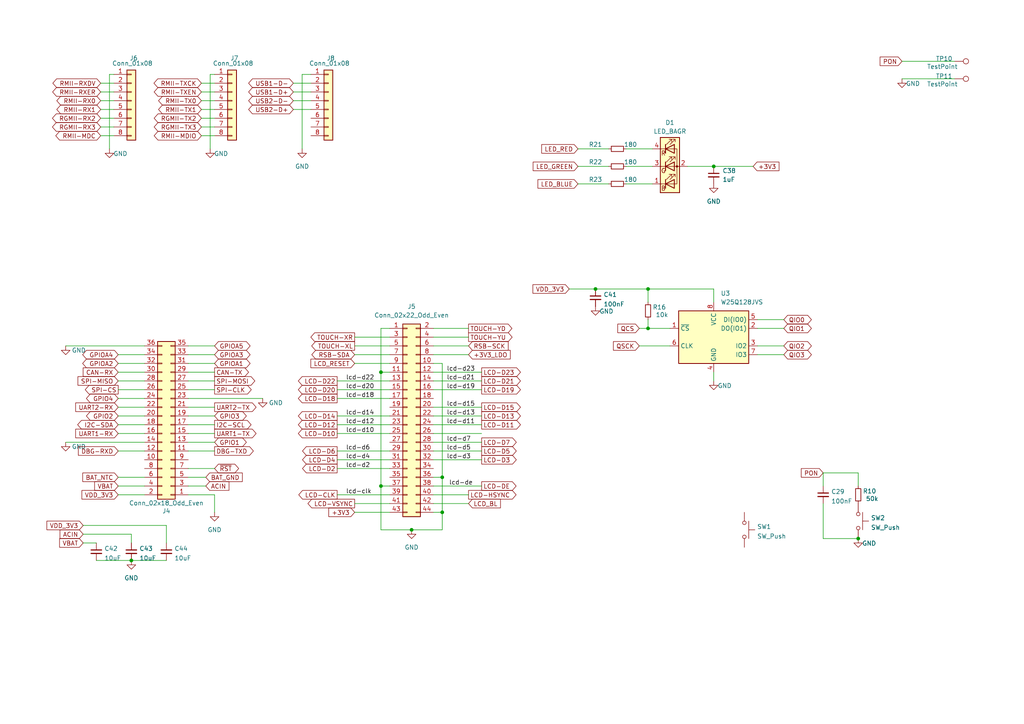
<source format=kicad_sch>
(kicad_sch (version 20250114) (generator "eeschema") (generator_version "9.0")
  (paper "A4")
  (lib_symbols
    (symbol "Connector:TestPoint" (pin_numbers (hide yes)) (pin_names (offset 0.762) (hide yes))
      (property "Reference" "TP" (at 0 6.858 0))
      (property "Value" "TestPoint" (at 0 5.08 0))
      (symbol "TestPoint_0_1"
        (circle (center 0 3.302) (radius 0.762))
      )
      (symbol "TestPoint_1_1"
        (pin passive line (at 0 0 90) (length 2.54) (name "1") (number "1"))
      )
    )
    (symbol "Connector_Generic:Conn_01x08" (pin_names (offset 1.016) (hide yes))
      (property "Reference" "J" (at 0 10.16 0))
      (property "Value" "Conn_01x08" (at 0 -12.7 0))
      (symbol "Conn_01x08_1_1"
        (rectangle (start -1.27 8.89) (end 1.27 -11.43) (stroke (width 0.254)) (fill (type background)))
        (rectangle (start -1.27 7.747) (end 0 7.493) (stroke (width 0.1524)))
        (rectangle (start -1.27 5.207) (end 0 4.953) (stroke (width 0.1524)))
        (rectangle (start -1.27 2.667) (end 0 2.413) (stroke (width 0.1524)))
        (rectangle (start -1.27 0.127) (end 0 -0.127) (stroke (width 0.1524)))
        (rectangle (start -1.27 -2.413) (end 0 -2.667) (stroke (width 0.1524)))
        (rectangle (start -1.27 -4.953) (end 0 -5.207) (stroke (width 0.1524)))
        (rectangle (start -1.27 -7.493) (end 0 -7.747) (stroke (width 0.1524)))
        (rectangle (start -1.27 -10.033) (end 0 -10.287) (stroke (width 0.1524)))
        (pin passive line (at -5.08 7.62 0) (length 3.81) (name "Pin_1") (number "1"))
        (pin passive line (at -5.08 5.08 0) (length 3.81) (name "Pin_2") (number "2"))
        (pin passive line (at -5.08 2.54 0) (length 3.81) (name "Pin_3") (number "3"))
        (pin passive line (at -5.08 0 0) (length 3.81) (name "Pin_4") (number "4"))
        (pin passive line (at -5.08 -2.54 0) (length 3.81) (name "Pin_5") (number "5"))
        (pin passive line (at -5.08 -5.08 0) (length 3.81) (name "Pin_6") (number "6"))
        (pin passive line (at -5.08 -7.62 0) (length 3.81) (name "Pin_7") (number "7"))
        (pin passive line (at -5.08 -10.16 0) (length 3.81) (name "Pin_8") (number "8"))
      )
    )
    (symbol "Connector_Generic:Conn_02x18_Odd_Even" (pin_names (offset 1.016) (hide yes))
      (property "Reference" "J" (at 1.27 22.86 0))
      (property "Value" "Conn_02x18_Odd_Even" (at 1.27 -25.4 0))
      (symbol "Conn_02x18_Odd_Even_1_1"
        (rectangle (start -1.27 21.59) (end 3.81 -24.13) (stroke (width 0.254)) (fill (type background)))
        (rectangle (start -1.27 20.447) (end 0 20.193) (stroke (width 0.1524)))
        (rectangle (start -1.27 17.907) (end 0 17.653) (stroke (width 0.1524)))
        (rectangle (start -1.27 15.367) (end 0 15.113) (stroke (width 0.1524)))
        (rectangle (start -1.27 12.827) (end 0 12.573) (stroke (width 0.1524)))
        (rectangle (start -1.27 10.287) (end 0 10.033) (stroke (width 0.1524)))
        (rectangle (start -1.27 7.747) (end 0 7.493) (stroke (width 0.1524)))
        (rectangle (start -1.27 5.207) (end 0 4.953) (stroke (width 0.1524)))
        (rectangle (start -1.27 2.667) (end 0 2.413) (stroke (width 0.1524)))
        (rectangle (start -1.27 0.127) (end 0 -0.127) (stroke (width 0.1524)))
        (rectangle (start -1.27 -2.413) (end 0 -2.667) (stroke (width 0.1524)))
        (rectangle (start -1.27 -4.953) (end 0 -5.207) (stroke (width 0.1524)))
        (rectangle (start -1.27 -7.493) (end 0 -7.747) (stroke (width 0.1524)))
        (rectangle (start -1.27 -10.033) (end 0 -10.287) (stroke (width 0.1524)))
        (rectangle (start -1.27 -12.573) (end 0 -12.827) (stroke (width 0.1524)))
        (rectangle (start -1.27 -15.113) (end 0 -15.367) (stroke (width 0.1524)))
        (rectangle (start -1.27 -17.653) (end 0 -17.907) (stroke (width 0.1524)))
        (rectangle (start -1.27 -20.193) (end 0 -20.447) (stroke (width 0.1524)))
        (rectangle (start -1.27 -22.733) (end 0 -22.987) (stroke (width 0.1524)))
        (rectangle (start 3.81 20.447) (end 2.54 20.193) (stroke (width 0.1524)))
        (rectangle (start 3.81 17.907) (end 2.54 17.653) (stroke (width 0.1524)))
        (rectangle (start 3.81 15.367) (end 2.54 15.113) (stroke (width 0.1524)))
        (rectangle (start 3.81 12.827) (end 2.54 12.573) (stroke (width 0.1524)))
        (rectangle (start 3.81 10.287) (end 2.54 10.033) (stroke (width 0.1524)))
        (rectangle (start 3.81 7.747) (end 2.54 7.493) (stroke (width 0.1524)))
        (rectangle (start 3.81 5.207) (end 2.54 4.953) (stroke (width 0.1524)))
        (rectangle (start 3.81 2.667) (end 2.54 2.413) (stroke (width 0.1524)))
        (rectangle (start 3.81 0.127) (end 2.54 -0.127) (stroke (width 0.1524)))
        (rectangle (start 3.81 -2.413) (end 2.54 -2.667) (stroke (width 0.1524)))
        (rectangle (start 3.81 -4.953) (end 2.54 -5.207) (stroke (width 0.1524)))
        (rectangle (start 3.81 -7.493) (end 2.54 -7.747) (stroke (width 0.1524)))
        (rectangle (start 3.81 -10.033) (end 2.54 -10.287) (stroke (width 0.1524)))
        (rectangle (start 3.81 -12.573) (end 2.54 -12.827) (stroke (width 0.1524)))
        (rectangle (start 3.81 -15.113) (end 2.54 -15.367) (stroke (width 0.1524)))
        (rectangle (start 3.81 -17.653) (end 2.54 -17.907) (stroke (width 0.1524)))
        (rectangle (start 3.81 -20.193) (end 2.54 -20.447) (stroke (width 0.1524)))
        (rectangle (start 3.81 -22.733) (end 2.54 -22.987) (stroke (width 0.1524)))
        (pin passive line (at -5.08 20.32 0) (length 3.81) (name "Pin_1") (number "1"))
        (pin passive line (at -5.08 17.78 0) (length 3.81) (name "Pin_3") (number "3"))
        (pin passive line (at -5.08 15.24 0) (length 3.81) (name "Pin_5") (number "5"))
        (pin passive line (at -5.08 12.7 0) (length 3.81) (name "Pin_7") (number "7"))
        (pin passive line (at -5.08 10.16 0) (length 3.81) (name "Pin_9") (number "9"))
        (pin passive line (at -5.08 7.62 0) (length 3.81) (name "Pin_11") (number "11"))
        (pin passive line (at -5.08 5.08 0) (length 3.81) (name "Pin_13") (number "13"))
        (pin passive line (at -5.08 2.54 0) (length 3.81) (name "Pin_15") (number "15"))
        (pin passive line (at -5.08 0 0) (length 3.81) (name "Pin_17") (number "17"))
        (pin passive line (at -5.08 -2.54 0) (length 3.81) (name "Pin_19") (number "19"))
        (pin passive line (at -5.08 -5.08 0) (length 3.81) (name "Pin_21") (number "21"))
        (pin passive line (at -5.08 -7.62 0) (length 3.81) (name "Pin_23") (number "23"))
        (pin passive line (at -5.08 -10.16 0) (length 3.81) (name "Pin_25") (number "25"))
        (pin passive line (at -5.08 -12.7 0) (length 3.81) (name "Pin_27") (number "27"))
        (pin passive line (at -5.08 -15.24 0) (length 3.81) (name "Pin_29") (number "29"))
        (pin passive line (at -5.08 -17.78 0) (length 3.81) (name "Pin_31") (number "31"))
        (pin passive line (at -5.08 -20.32 0) (length 3.81) (name "Pin_33") (number "33"))
        (pin passive line (at -5.08 -22.86 0) (length 3.81) (name "Pin_35") (number "35"))
        (pin passive line (at 7.62 20.32 180) (length 3.81) (name "Pin_2") (number "2"))
        (pin passive line (at 7.62 17.78 180) (length 3.81) (name "Pin_4") (number "4"))
        (pin passive line (at 7.62 15.24 180) (length 3.81) (name "Pin_6") (number "6"))
        (pin passive line (at 7.62 12.7 180) (length 3.81) (name "Pin_8") (number "8"))
        (pin passive line (at 7.62 10.16 180) (length 3.81) (name "Pin_10") (number "10"))
        (pin passive line (at 7.62 7.62 180) (length 3.81) (name "Pin_12") (number "12"))
        (pin passive line (at 7.62 5.08 180) (length 3.81) (name "Pin_14") (number "14"))
        (pin passive line (at 7.62 2.54 180) (length 3.81) (name "Pin_16") (number "16"))
        (pin passive line (at 7.62 0 180) (length 3.81) (name "Pin_18") (number "18"))
        (pin passive line (at 7.62 -2.54 180) (length 3.81) (name "Pin_20") (number "20"))
        (pin passive line (at 7.62 -5.08 180) (length 3.81) (name "Pin_22") (number "22"))
        (pin passive line (at 7.62 -7.62 180) (length 3.81) (name "Pin_24") (number "24"))
        (pin passive line (at 7.62 -10.16 180) (length 3.81) (name "Pin_26") (number "26"))
        (pin passive line (at 7.62 -12.7 180) (length 3.81) (name "Pin_28") (number "28"))
        (pin passive line (at 7.62 -15.24 180) (length 3.81) (name "Pin_30") (number "30"))
        (pin passive line (at 7.62 -17.78 180) (length 3.81) (name "Pin_32") (number "32"))
        (pin passive line (at 7.62 -20.32 180) (length 3.81) (name "Pin_34") (number "34"))
        (pin passive line (at 7.62 -22.86 180) (length 3.81) (name "Pin_36") (number "36"))
      )
    )
    (symbol "Connector_Generic:Conn_02x22_Odd_Even" (pin_names (offset 1.016) (hide yes))
      (property "Reference" "J" (at 1.27 27.94 0))
      (property "Value" "Conn_02x22_Odd_Even" (at 1.27 -30.48 0))
      (symbol "Conn_02x22_Odd_Even_1_1"
        (rectangle (start -1.27 26.67) (end 3.81 -29.21) (stroke (width 0.254)) (fill (type background)))
        (rectangle (start -1.27 25.527) (end 0 25.273) (stroke (width 0.1524)))
        (rectangle (start -1.27 22.987) (end 0 22.733) (stroke (width 0.1524)))
        (rectangle (start -1.27 20.447) (end 0 20.193) (stroke (width 0.1524)))
        (rectangle (start -1.27 17.907) (end 0 17.653) (stroke (width 0.1524)))
        (rectangle (start -1.27 15.367) (end 0 15.113) (stroke (width 0.1524)))
        (rectangle (start -1.27 12.827) (end 0 12.573) (stroke (width 0.1524)))
        (rectangle (start -1.27 10.287) (end 0 10.033) (stroke (width 0.1524)))
        (rectangle (start -1.27 7.747) (end 0 7.493) (stroke (width 0.1524)))
        (rectangle (start -1.27 5.207) (end 0 4.953) (stroke (width 0.1524)))
        (rectangle (start -1.27 2.667) (end 0 2.413) (stroke (width 0.1524)))
        (rectangle (start -1.27 0.127) (end 0 -0.127) (stroke (width 0.1524)))
        (rectangle (start -1.27 -2.413) (end 0 -2.667) (stroke (width 0.1524)))
        (rectangle (start -1.27 -4.953) (end 0 -5.207) (stroke (width 0.1524)))
        (rectangle (start -1.27 -7.493) (end 0 -7.747) (stroke (width 0.1524)))
        (rectangle (start -1.27 -10.033) (end 0 -10.287) (stroke (width 0.1524)))
        (rectangle (start -1.27 -12.573) (end 0 -12.827) (stroke (width 0.1524)))
        (rectangle (start -1.27 -15.113) (end 0 -15.367) (stroke (width 0.1524)))
        (rectangle (start -1.27 -17.653) (end 0 -17.907) (stroke (width 0.1524)))
        (rectangle (start -1.27 -20.193) (end 0 -20.447) (stroke (width 0.1524)))
        (rectangle (start -1.27 -22.733) (end 0 -22.987) (stroke (width 0.1524)))
        (rectangle (start -1.27 -25.273) (end 0 -25.527) (stroke (width 0.1524)))
        (rectangle (start -1.27 -27.813) (end 0 -28.067) (stroke (width 0.1524)))
        (rectangle (start 3.81 25.527) (end 2.54 25.273) (stroke (width 0.1524)))
        (rectangle (start 3.81 22.987) (end 2.54 22.733) (stroke (width 0.1524)))
        (rectangle (start 3.81 20.447) (end 2.54 20.193) (stroke (width 0.1524)))
        (rectangle (start 3.81 17.907) (end 2.54 17.653) (stroke (width 0.1524)))
        (rectangle (start 3.81 15.367) (end 2.54 15.113) (stroke (width 0.1524)))
        (rectangle (start 3.81 12.827) (end 2.54 12.573) (stroke (width 0.1524)))
        (rectangle (start 3.81 10.287) (end 2.54 10.033) (stroke (width 0.1524)))
        (rectangle (start 3.81 7.747) (end 2.54 7.493) (stroke (width 0.1524)))
        (rectangle (start 3.81 5.207) (end 2.54 4.953) (stroke (width 0.1524)))
        (rectangle (start 3.81 2.667) (end 2.54 2.413) (stroke (width 0.1524)))
        (rectangle (start 3.81 0.127) (end 2.54 -0.127) (stroke (width 0.1524)))
        (rectangle (start 3.81 -2.413) (end 2.54 -2.667) (stroke (width 0.1524)))
        (rectangle (start 3.81 -4.953) (end 2.54 -5.207) (stroke (width 0.1524)))
        (rectangle (start 3.81 -7.493) (end 2.54 -7.747) (stroke (width 0.1524)))
        (rectangle (start 3.81 -10.033) (end 2.54 -10.287) (stroke (width 0.1524)))
        (rectangle (start 3.81 -12.573) (end 2.54 -12.827) (stroke (width 0.1524)))
        (rectangle (start 3.81 -15.113) (end 2.54 -15.367) (stroke (width 0.1524)))
        (rectangle (start 3.81 -17.653) (end 2.54 -17.907) (stroke (width 0.1524)))
        (rectangle (start 3.81 -20.193) (end 2.54 -20.447) (stroke (width 0.1524)))
        (rectangle (start 3.81 -22.733) (end 2.54 -22.987) (stroke (width 0.1524)))
        (rectangle (start 3.81 -25.273) (end 2.54 -25.527) (stroke (width 0.1524)))
        (rectangle (start 3.81 -27.813) (end 2.54 -28.067) (stroke (width 0.1524)))
        (pin passive line (at -5.08 25.4 0) (length 3.81) (name "Pin_1") (number "1"))
        (pin passive line (at -5.08 22.86 0) (length 3.81) (name "Pin_3") (number "3"))
        (pin passive line (at -5.08 20.32 0) (length 3.81) (name "Pin_5") (number "5"))
        (pin passive line (at -5.08 17.78 0) (length 3.81) (name "Pin_7") (number "7"))
        (pin passive line (at -5.08 15.24 0) (length 3.81) (name "Pin_9") (number "9"))
        (pin passive line (at -5.08 12.7 0) (length 3.81) (name "Pin_11") (number "11"))
        (pin passive line (at -5.08 10.16 0) (length 3.81) (name "Pin_13") (number "13"))
        (pin passive line (at -5.08 7.62 0) (length 3.81) (name "Pin_15") (number "15"))
        (pin passive line (at -5.08 5.08 0) (length 3.81) (name "Pin_17") (number "17"))
        (pin passive line (at -5.08 2.54 0) (length 3.81) (name "Pin_19") (number "19"))
        (pin passive line (at -5.08 0 0) (length 3.81) (name "Pin_21") (number "21"))
        (pin passive line (at -5.08 -2.54 0) (length 3.81) (name "Pin_23") (number "23"))
        (pin passive line (at -5.08 -5.08 0) (length 3.81) (name "Pin_25") (number "25"))
        (pin passive line (at -5.08 -7.62 0) (length 3.81) (name "Pin_27") (number "27"))
        (pin passive line (at -5.08 -10.16 0) (length 3.81) (name "Pin_29") (number "29"))
        (pin passive line (at -5.08 -12.7 0) (length 3.81) (name "Pin_31") (number "31"))
        (pin passive line (at -5.08 -15.24 0) (length 3.81) (name "Pin_33") (number "33"))
        (pin passive line (at -5.08 -17.78 0) (length 3.81) (name "Pin_35") (number "35"))
        (pin passive line (at -5.08 -20.32 0) (length 3.81) (name "Pin_37") (number "37"))
        (pin passive line (at -5.08 -22.86 0) (length 3.81) (name "Pin_39") (number "39"))
        (pin passive line (at -5.08 -25.4 0) (length 3.81) (name "Pin_41") (number "41"))
        (pin passive line (at -5.08 -27.94 0) (length 3.81) (name "Pin_43") (number "43"))
        (pin passive line (at 7.62 25.4 180) (length 3.81) (name "Pin_2") (number "2"))
        (pin passive line (at 7.62 22.86 180) (length 3.81) (name "Pin_4") (number "4"))
        (pin passive line (at 7.62 20.32 180) (length 3.81) (name "Pin_6") (number "6"))
        (pin passive line (at 7.62 17.78 180) (length 3.81) (name "Pin_8") (number "8"))
        (pin passive line (at 7.62 15.24 180) (length 3.81) (name "Pin_10") (number "10"))
        (pin passive line (at 7.62 12.7 180) (length 3.81) (name "Pin_12") (number "12"))
        (pin passive line (at 7.62 10.16 180) (length 3.81) (name "Pin_14") (number "14"))
        (pin passive line (at 7.62 7.62 180) (length 3.81) (name "Pin_16") (number "16"))
        (pin passive line (at 7.62 5.08 180) (length 3.81) (name "Pin_18") (number "18"))
        (pin passive line (at 7.62 2.54 180) (length 3.81) (name "Pin_20") (number "20"))
        (pin passive line (at 7.62 0 180) (length 3.81) (name "Pin_22") (number "22"))
        (pin passive line (at 7.62 -2.54 180) (length 3.81) (name "Pin_24") (number "24"))
        (pin passive line (at 7.62 -5.08 180) (length 3.81) (name "Pin_26") (number "26"))
        (pin passive line (at 7.62 -7.62 180) (length 3.81) (name "Pin_28") (number "28"))
        (pin passive line (at 7.62 -10.16 180) (length 3.81) (name "Pin_30") (number "30"))
        (pin passive line (at 7.62 -12.7 180) (length 3.81) (name "Pin_32") (number "32"))
        (pin passive line (at 7.62 -15.24 180) (length 3.81) (name "Pin_34") (number "34"))
        (pin passive line (at 7.62 -17.78 180) (length 3.81) (name "Pin_36") (number "36"))
        (pin passive line (at 7.62 -20.32 180) (length 3.81) (name "Pin_38") (number "38"))
        (pin passive line (at 7.62 -22.86 180) (length 3.81) (name "Pin_40") (number "40"))
        (pin passive line (at 7.62 -25.4 180) (length 3.81) (name "Pin_42") (number "42"))
        (pin passive line (at 7.62 -27.94 180) (length 3.81) (name "Pin_44") (number "44"))
      )
    )
    (symbol "Device:C_Small" (pin_numbers (hide yes)) (pin_names (offset 0.254) (hide yes))
      (property "Reference" "C" (at 0.254 1.778 0))
      (property "Value" "C_Small" (at 0.254 -2.032 0))
      (symbol "C_Small_0_1"
        (polyline (pts (xy -1.524 0.508) (xy 1.524 0.508)) (stroke (width 0.3048)))
        (polyline (pts (xy -1.524 -0.508) (xy 1.524 -0.508)) (stroke (width 0.3302)))
      )
      (symbol "C_Small_1_1"
        (pin passive line (at 0 2.54 270) (length 2.032) (name "~") (number "1"))
        (pin passive line (at 0 -2.54 90) (length 2.032) (name "~") (number "2"))
      )
    )
    (symbol "Device:LED_BAGR" (pin_names (offset 0) (hide yes))
      (property "Reference" "D" (at 0 9.398 0))
      (property "Value" "LED_BAGR" (at 0 -8.89 0))
      (symbol "LED_BAGR_0_0"
        (text "R" (at -1.905 3.81 0) (effects (font (size 1.27 1.27))))
        (text "G" (at -1.905 -1.27 0) (effects (font (size 1.27 1.27))))
        (text "B" (at -1.905 -6.35 0) (effects (font (size 1.27 1.27))))
      )
      (symbol "LED_BAGR_0_1"
        (polyline (pts (xy -1.27 6.35) (xy -1.27 3.81)) (stroke (width 0.254)))
        (polyline (pts (xy -1.27 6.35) (xy -1.27 3.81) (xy -1.27 3.81)))
        (polyline (pts (xy -1.27 5.08) (xy -2.54 5.08)))
        (polyline (pts (xy -1.27 5.08) (xy 1.27 5.08)))
        (polyline (pts (xy -1.27 1.27) (xy -1.27 -1.27)) (stroke (width 0.254)))
        (polyline (pts (xy -1.27 1.27) (xy -1.27 -1.27) (xy -1.27 -1.27)))
        (polyline (pts (xy -1.27 0) (xy -2.54 0)))
        (polyline (pts (xy -1.27 -3.81) (xy -1.27 -6.35)) (stroke (width 0.254)))
        (polyline (pts (xy -1.27 -5.08) (xy -2.54 -5.08)))
        (polyline (pts (xy -1.27 -5.08) (xy 1.27 -5.08)))
        (polyline (pts (xy -1.016 6.35) (xy 0.508 7.874) (xy -0.254 7.874) (xy 0.508 7.874) (xy 0.508 7.112)))
        (polyline (pts (xy -1.016 1.27) (xy 0.508 2.794) (xy -0.254 2.794) (xy 0.508 2.794) (xy 0.508 2.032)))
        (polyline (pts (xy -1.016 -3.81) (xy 0.508 -2.286) (xy -0.254 -2.286) (xy 0.508 -2.286) (xy 0.508 -3.048)))
        (polyline (pts (xy 0 6.35) (xy 1.524 7.874) (xy 0.762 7.874) (xy 1.524 7.874) (xy 1.524 7.112)))
        (polyline (pts (xy 0 1.27) (xy 1.524 2.794) (xy 0.762 2.794) (xy 1.524 2.794) (xy 1.524 2.032)))
        (polyline (pts (xy 0 -3.81) (xy 1.524 -2.286) (xy 0.762 -2.286) (xy 1.524 -2.286) (xy 1.524 -3.048)))
        (polyline (pts (xy 1.27 6.35) (xy 1.27 3.81) (xy -1.27 5.08) (xy 1.27 6.35)) (stroke (width 0.254)))
        (rectangle (start 1.27 6.35) (end 1.27 6.35))
        (rectangle (start 1.27 3.81) (end 1.27 6.35))
        (polyline (pts (xy 1.27 1.27) (xy 1.27 -1.27) (xy -1.27 0) (xy 1.27 1.27)) (stroke (width 0.254)))
        (rectangle (start 1.27 1.27) (end 1.27 1.27))
        (polyline (pts (xy 1.27 0) (xy -1.27 0)))
        (polyline (pts (xy 1.27 0) (xy 2.54 0)))
        (rectangle (start 1.27 -1.27) (end 1.27 1.27))
        (polyline (pts (xy 1.27 -3.81) (xy 1.27 -6.35) (xy -1.27 -5.08) (xy 1.27 -3.81)) (stroke (width 0.254)))
        (polyline (pts (xy 1.27 -5.08) (xy 2.032 -5.08) (xy 2.032 5.08) (xy 1.27 5.08)))
        (circle (center 2.032 0) (radius 0.254) (fill (type outline)))
        (rectangle (start 2.794 8.382) (end -2.794 -7.62) (stroke (width 0.254)) (fill (type background)))
      )
      (symbol "LED_BAGR_1_1"
        (pin passive line (at -5.08 5.08 0) (length 2.54) (name "RK") (number "4"))
        (pin passive line (at -5.08 0 0) (length 2.54) (name "GK") (number "3"))
        (pin passive line (at -5.08 -5.08 0) (length 2.54) (name "BK") (number "1"))
        (pin passive line (at 5.08 0 180) (length 2.54) (name "A") (number "2"))
      )
    )
    (symbol "Device:R_Small" (pin_numbers (hide yes)) (pin_names (offset 0.254) (hide yes))
      (property "Reference" "R" (at 0.762 0.508 0))
      (property "Value" "R_Small" (at 0.762 -1.016 0))
      (symbol "R_Small_0_1"
        (rectangle (start -0.762 1.778) (end 0.762 -1.778) (stroke (width 0.2032)))
      )
      (symbol "R_Small_1_1"
        (pin passive line (at 0 2.54 270) (length 0.762) (name "~") (number "1"))
        (pin passive line (at 0 -2.54 90) (length 0.762) (name "~") (number "2"))
      )
    )
    (symbol "Memory_Flash:W25Q128JVS"
      (property "Reference" "U" (at -8.89 8.89 0))
      (property "Value" "W25Q128JVS" (at 7.62 8.89 0))
      (symbol "W25Q128JVS_0_1"
        (rectangle (start -10.16 7.62) (end 10.16 -7.62) (stroke (width 0.254)) (fill (type background)))
      )
      (symbol "W25Q128JVS_1_1"
        (pin input line (at -12.7 2.54 0) (length 2.54) (name "~{CS}") (number "1"))
        (pin input line (at -12.7 -2.54 0) (length 2.54) (name "CLK") (number "6"))
        (pin power_in line (at 0 10.16 270) (length 2.54) (name "VCC") (number "8"))
        (pin power_in line (at 0 -10.16 90) (length 2.54) (name "GND") (number "4"))
        (pin bidirectional line (at 12.7 5.08 180) (length 2.54) (name "DI(IO0)") (number "5"))
        (pin bidirectional line (at 12.7 2.54 180) (length 2.54) (name "DO(IO1)") (number "2"))
        (pin bidirectional line (at 12.7 -2.54 180) (length 2.54) (name "IO2") (number "3"))
        (pin bidirectional line (at 12.7 -5.08 180) (length 2.54) (name "IO3") (number "7"))
      )
    )
    (symbol "Switch:SW_Push" (pin_numbers (hide yes)) (pin_names (offset 1.016) (hide yes))
      (property "Reference" "SW" (at 1.27 2.54 0))
      (property "Value" "SW_Push" (at 0 -1.524 0))
      (symbol "SW_Push_0_1"
        (circle (center -2.032 0) (radius 0.508))
        (polyline (pts (xy 0 1.27) (xy 0 3.048)))
        (circle (center 2.032 0) (radius 0.508))
        (polyline (pts (xy 2.54 1.27) (xy -2.54 1.27)))
        (pin passive line (at -5.08 0 0) (length 2.54) (name "1") (number "1"))
        (pin passive line (at 5.08 0 180) (length 2.54) (name "2") (number "2"))
      )
    )
    (symbol "power:GND" (power) (pin_names (offset 0))
      (property "Value" "GND" (at 0 -3.81 0))
      (symbol "GND_0_1"
        (polyline (pts (xy 0 0) (xy 0 -1.27) (xy 1.27 -1.27) (xy 0 -2.54) (xy -1.27 -1.27) (xy 0 -1.27)))
      )
      (symbol "GND_1_1"
        (pin power_in line (at 0 0 270) (length 0) (hide yes) (name "GND") (number "1"))
      )
    )
  )
  (junction (at 187.96 95.25))
  (junction (at 187.96 83.82))
  (junction (at 128.27 138.43))
  (junction (at 110.49 140.97))
  (junction (at 128.27 148.59))
  (junction (at 119.38 153.67))
  (junction (at 172.72 83.82))
  (junction (at 38.1 162.56))
  (junction (at 110.49 107.95))
  (junction (at 207.01 48.26))
  (junction (at 248.92 156.21))
  (wire (pts (xy 165.1 83.82) (xy 172.72 83.82)))
  (wire (pts (xy 24.13 152.4) (xy 48.26 152.4)))
  (wire (pts (xy 34.29 123.19) (xy 41.91 123.19)))
  (wire (pts (xy 261.62 22.86) (xy 276.86 22.86)))
  (wire (pts (xy 58.42 31.75) (xy 62.23 31.75)))
  (wire (pts (xy 38.1 162.56) (xy 48.26 162.56)))
  (wire (pts (xy 34.29 115.57) (xy 41.91 115.57)))
  (wire (pts (xy 58.42 24.13) (xy 62.23 24.13)))
  (wire (pts (xy 54.61 135.89) (xy 62.23 135.89)))
  (wire (pts (xy 19.05 128.27) (xy 41.91 128.27)))
  (wire (pts (xy 125.73 118.11) (xy 139.7 118.11)))
  (wire (pts (xy 248.92 140.97) (xy 248.92 137.16)))
  (wire (pts (xy 54.61 113.03) (xy 62.23 113.03)))
  (wire (pts (xy 29.21 34.29) (xy 33.02 34.29)))
  (wire (pts (xy 27.94 162.56) (xy 38.1 162.56)))
  (wire (pts (xy 102.87 102.87) (xy 113.03 102.87)))
  (wire (pts (xy 125.73 128.27) (xy 139.7 128.27)))
  (wire (pts (xy 60.96 21.59) (xy 60.96 43.18)))
  (wire (pts (xy 187.96 83.82) (xy 187.96 87.63)))
  (wire (pts (xy 110.49 140.97) (xy 113.03 140.97)))
  (wire (pts (xy 54.61 105.41) (xy 62.23 105.41)))
  (wire (pts (xy 34.29 107.95) (xy 41.91 107.95)))
  (wire (pts (xy 167.64 48.26) (xy 176.53 48.26)))
  (wire (pts (xy 125.73 148.59) (xy 128.27 148.59)))
  (wire (pts (xy 54.61 138.43) (xy 59.69 138.43)))
  (wire (pts (xy 54.61 140.97) (xy 59.69 140.97)))
  (wire (pts (xy 19.05 100.33) (xy 41.91 100.33)))
  (wire (pts (xy 29.21 24.13) (xy 33.02 24.13)))
  (wire (pts (xy 54.61 120.65) (xy 62.23 120.65)))
  (wire (pts (xy 219.71 95.25) (xy 227.33 95.25)))
  (wire (pts (xy 125.73 140.97) (xy 139.7 140.97)))
  (wire (pts (xy 62.23 21.59) (xy 60.96 21.59)))
  (wire (pts (xy 167.64 43.18) (xy 176.53 43.18)))
  (wire (pts (xy 110.49 95.25) (xy 110.49 107.95)))
  (wire (pts (xy 90.17 24.13) (xy 85.09 24.13)))
  (wire (pts (xy 90.17 29.21) (xy 85.09 29.21)))
  (wire (pts (xy 54.61 100.33) (xy 62.23 100.33)))
  (wire (pts (xy 54.61 125.73) (xy 62.23 125.73)))
  (wire (pts (xy 97.79 110.49) (xy 113.03 110.49)))
  (wire (pts (xy 97.79 125.73) (xy 113.03 125.73)))
  (wire (pts (xy 187.96 83.82) (xy 207.01 83.82)))
  (wire (pts (xy 34.29 102.87) (xy 41.91 102.87)))
  (wire (pts (xy 248.92 137.16) (xy 238.76 137.16)))
  (wire (pts (xy 24.13 157.48) (xy 27.94 157.48)))
  (wire (pts (xy 29.21 26.67) (xy 33.02 26.67)))
  (wire (pts (xy 187.96 92.71) (xy 187.96 95.25)))
  (wire (pts (xy 125.73 95.25) (xy 135.89 95.25)))
  (wire (pts (xy 102.87 97.79) (xy 113.03 97.79)))
  (wire (pts (xy 58.42 26.67) (xy 62.23 26.67)))
  (wire (pts (xy 97.79 130.81) (xy 113.03 130.81)))
  (wire (pts (xy 128.27 148.59) (xy 128.27 153.67)))
  (wire (pts (xy 185.42 95.25) (xy 187.96 95.25)))
  (wire (pts (xy 34.29 110.49) (xy 41.91 110.49)))
  (wire (pts (xy 125.73 97.79) (xy 135.89 97.79)))
  (wire (pts (xy 34.29 140.97) (xy 41.91 140.97)))
  (wire (pts (xy 29.21 36.83) (xy 33.02 36.83)))
  (wire (pts (xy 34.29 113.03) (xy 41.91 113.03)))
  (wire (pts (xy 90.17 21.59) (xy 87.63 21.59)))
  (wire (pts (xy 97.79 113.03) (xy 113.03 113.03)))
  (wire (pts (xy 58.42 29.21) (xy 62.23 29.21)))
  (wire (pts (xy 97.79 120.65) (xy 113.03 120.65)))
  (wire (pts (xy 181.61 48.26) (xy 189.23 48.26)))
  (wire (pts (xy 125.73 130.81) (xy 139.7 130.81)))
  (wire (pts (xy 167.64 53.34) (xy 176.53 53.34)))
  (wire (pts (xy 102.87 100.33) (xy 113.03 100.33)))
  (wire (pts (xy 29.21 29.21) (xy 33.02 29.21)))
  (wire (pts (xy 125.73 113.03) (xy 139.7 113.03)))
  (wire (pts (xy 102.87 148.59) (xy 113.03 148.59)))
  (wire (pts (xy 261.62 17.78) (xy 276.86 17.78)))
  (wire (pts (xy 125.73 102.87) (xy 135.89 102.87)))
  (wire (pts (xy 34.29 125.73) (xy 41.91 125.73)))
  (wire (pts (xy 34.29 120.65) (xy 41.91 120.65)))
  (wire (pts (xy 113.03 95.25) (xy 110.49 95.25)))
  (wire (pts (xy 97.79 143.51) (xy 113.03 143.51)))
  (wire (pts (xy 102.87 105.41) (xy 113.03 105.41)))
  (wire (pts (xy 185.42 100.33) (xy 194.31 100.33)))
  (wire (pts (xy 34.29 138.43) (xy 41.91 138.43)))
  (wire (pts (xy 125.73 125.73) (xy 139.7 125.73)))
  (wire (pts (xy 58.42 39.37) (xy 62.23 39.37)))
  (wire (pts (xy 90.17 31.75) (xy 85.09 31.75)))
  (wire (pts (xy 62.23 143.51) (xy 62.23 148.59)))
  (wire (pts (xy 54.61 143.51) (xy 62.23 143.51)))
  (wire (pts (xy 31.75 21.59) (xy 31.75 43.18)))
  (wire (pts (xy 97.79 135.89) (xy 113.03 135.89)))
  (wire (pts (xy 125.73 138.43) (xy 128.27 138.43)))
  (wire (pts (xy 238.76 137.16) (xy 238.76 140.97)))
  (wire (pts (xy 110.49 140.97) (xy 110.49 153.67)))
  (wire (pts (xy 90.17 26.67) (xy 85.09 26.67)))
  (wire (pts (xy 110.49 107.95) (xy 113.03 107.95)))
  (wire (pts (xy 54.61 115.57) (xy 76.2 115.57)))
  (wire (pts (xy 125.73 133.35) (xy 139.7 133.35)))
  (wire (pts (xy 54.61 118.11) (xy 62.23 118.11)))
  (wire (pts (xy 29.21 39.37) (xy 33.02 39.37)))
  (wire (pts (xy 34.29 118.11) (xy 41.91 118.11)))
  (wire (pts (xy 34.29 143.51) (xy 41.91 143.51)))
  (wire (pts (xy 29.21 31.75) (xy 33.02 31.75)))
  (wire (pts (xy 219.71 100.33) (xy 227.33 100.33)))
  (wire (pts (xy 24.13 154.94) (xy 38.1 154.94)))
  (wire (pts (xy 38.1 154.94) (xy 38.1 157.48)))
  (wire (pts (xy 97.79 123.19) (xy 113.03 123.19)))
  (wire (pts (xy 54.61 128.27) (xy 62.23 128.27)))
  (wire (pts (xy 125.73 100.33) (xy 135.89 100.33)))
  (wire (pts (xy 110.49 107.95) (xy 110.49 140.97)))
  (wire (pts (xy 33.02 21.59) (xy 31.75 21.59)))
  (wire (pts (xy 125.73 107.95) (xy 139.7 107.95)))
  (wire (pts (xy 172.72 83.82) (xy 187.96 83.82)))
  (wire (pts (xy 97.79 133.35) (xy 113.03 133.35)))
  (wire (pts (xy 87.63 21.59) (xy 87.63 43.18)))
  (wire (pts (xy 238.76 146.05) (xy 238.76 156.21)))
  (wire (pts (xy 125.73 120.65) (xy 139.7 120.65)))
  (wire (pts (xy 125.73 143.51) (xy 135.89 143.51)))
  (wire (pts (xy 48.26 152.4) (xy 48.26 157.48)))
  (wire (pts (xy 97.79 115.57) (xy 113.03 115.57)))
  (wire (pts (xy 125.73 110.49) (xy 139.7 110.49)))
  (wire (pts (xy 238.76 156.21) (xy 248.92 156.21)))
  (wire (pts (xy 34.29 105.41) (xy 41.91 105.41)))
  (wire (pts (xy 187.96 95.25) (xy 194.31 95.25)))
  (wire (pts (xy 207.01 48.26) (xy 218.44 48.26)))
  (wire (pts (xy 125.73 105.41) (xy 128.27 105.41)))
  (wire (pts (xy 58.42 34.29) (xy 62.23 34.29)))
  (wire (pts (xy 54.61 130.81) (xy 62.23 130.81)))
  (wire (pts (xy 181.61 43.18) (xy 189.23 43.18)))
  (wire (pts (xy 125.73 123.19) (xy 139.7 123.19)))
  (wire (pts (xy 110.49 153.67) (xy 119.38 153.67)))
  (wire (pts (xy 219.71 92.71) (xy 227.33 92.71)))
  (wire (pts (xy 207.01 87.63) (xy 207.01 83.82)))
  (wire (pts (xy 54.61 123.19) (xy 62.23 123.19)))
  (wire (pts (xy 102.87 146.05) (xy 113.03 146.05)))
  (wire (pts (xy 34.29 130.81) (xy 41.91 130.81)))
  (wire (pts (xy 128.27 105.41) (xy 128.27 138.43)))
  (wire (pts (xy 219.71 102.87) (xy 227.33 102.87)))
  (wire (pts (xy 128.27 153.67) (xy 119.38 153.67)))
  (wire (pts (xy 207.01 107.95) (xy 207.01 110.49)))
  (wire (pts (xy 58.42 36.83) (xy 62.23 36.83)))
  (wire (pts (xy 54.61 110.49) (xy 62.23 110.49)))
  (wire (pts (xy 54.61 107.95) (xy 62.23 107.95)))
  (wire (pts (xy 128.27 138.43) (xy 128.27 148.59)))
  (wire (pts (xy 125.73 146.05) (xy 135.89 146.05)))
  (wire (pts (xy 199.39 48.26) (xy 207.01 48.26)))
  (wire (pts (xy 54.61 102.87) (xy 62.23 102.87)))
  (wire (pts (xy 181.61 53.34) (xy 189.23 53.34)))
  (label "lcd-d23" (at 129.54 107.95 0))
  (label "lcd-d18" (at 100.33 115.57 0))
  (label "lcd-de" (at 137.16 140.97 180))
  (label "lcd-d14" (at 100.33 120.65 0))
  (label "lcd-d11" (at 129.54 123.19 0))
  (label "lcd-d3" (at 129.54 133.35 0))
  (label "lcd-d19" (at 129.54 113.03 0))
  (label "lcd-d13" (at 129.54 120.65 0))
  (label "lcd-clk" (at 100.33 143.51 0))
  (label "lcd-d6" (at 100.33 130.81 0))
  (label "lcd-d10" (at 100.33 125.73 0))
  (label "lcd-d5" (at 129.54 130.81 0))
  (label "lcd-d20" (at 100.33 113.03 0))
  (label "lcd-d21" (at 129.54 110.49 0))
  (label "lcd-d7" (at 129.54 128.27 0))
  (label "lcd-d2" (at 100.33 135.89 0))
  (label "lcd-d15" (at 129.54 118.11 0))
  (label "lcd-d22" (at 100.33 110.49 0))
  (label "lcd-d4" (at 100.33 133.35 0))
  (label "lcd-d12" (at 100.33 123.19 0))
  (global_label "GPIOA1" (shape bidirectional) (at 62.23 105.41 0) (property "Intersheetrefs" "${INTERSHEET_REFS}" (effects (hide yes))))
  (global_label "LCD-D20" (shape output) (at 97.79 113.03 180) (property "Intersheetrefs" "${INTERSHEET_REFS}" (effects (hide yes))))
  (global_label "LCD-D14" (shape output) (at 97.79 120.65 180) (property "Intersheetrefs" "${INTERSHEET_REFS}" (effects (hide yes))))
  (global_label "QIO3" (shape bidirectional) (at 227.33 102.87 0) (property "Intersheetrefs" "${INTERSHEET_REFS}" (effects (hide yes))))
  (global_label "LCD-D18" (shape output) (at 97.79 115.57 180) (property "Intersheetrefs" "${INTERSHEET_REFS}" (effects (hide yes))))
  (global_label "RSB-SCK" (shape input) (at 135.89 100.33 0) (property "Intersheetrefs" "${INTERSHEET_REFS}" (effects (hide yes))))
  (global_label "CAN-RX" (shape input) (at 34.29 107.95 180) (property "Intersheetrefs" "${INTERSHEET_REFS}" (effects (hide yes))))
  (global_label "VDD_3V3" (shape input) (at 34.29 143.51 180) (property "Intersheetrefs" "${INTERSHEET_REFS}" (effects (hide yes))))
  (global_label "ACIN" (shape input) (at 24.13 154.94 180) (property "Intersheetrefs" "${INTERSHEET_REFS}" (effects (hide yes))))
  (global_label "UART2-TX" (shape output) (at 62.23 118.11 0) (property "Intersheetrefs" "${INTERSHEET_REFS}" (effects (hide yes))))
  (global_label "GPIO1" (shape bidirectional) (at 62.23 128.27 0) (property "Intersheetrefs" "${INTERSHEET_REFS}" (effects (hide yes))))
  (global_label "PON" (shape input) (at 261.62 17.78 180) (property "Intersheetrefs" "${INTERSHEET_REFS}" (effects (hide yes))))
  (global_label "LED_BLUE" (shape input) (at 167.64 53.34 180) (property "Intersheetrefs" "${INTERSHEET_REFS}" (effects (hide yes))))
  (global_label "GPIO4" (shape bidirectional) (at 34.29 115.57 180) (property "Intersheetrefs" "${INTERSHEET_REFS}" (effects (hide yes))))
  (global_label "RMII-TX1" (shape bidirectional) (at 58.42 31.75 180) (property "Intersheetrefs" "${INTERSHEET_REFS}" (effects (hide yes))))
  (global_label "LCD-D15" (shape output) (at 139.7 118.11 0) (property "Intersheetrefs" "${INTERSHEET_REFS}" (effects (hide yes))))
  (global_label "LCD-VSYNC" (shape output) (at 102.87 146.05 180) (property "Intersheetrefs" "${INTERSHEET_REFS}" (effects (hide yes))))
  (global_label "LCD-D23" (shape output) (at 139.7 107.95 0) (property "Intersheetrefs" "${INTERSHEET_REFS}" (effects (hide yes))))
  (global_label "TOUCH-YD" (shape output) (at 135.89 95.25 0) (property "Intersheetrefs" "${INTERSHEET_REFS}" (effects (hide yes))))
  (global_label "PON" (shape input) (at 238.76 137.16 180) (property "Intersheetrefs" "${INTERSHEET_REFS}" (effects (hide yes))))
  (global_label "GPIOA3" (shape bidirectional) (at 62.23 102.87 0) (property "Intersheetrefs" "${INTERSHEET_REFS}" (effects (hide yes))))
  (global_label "TOUCH-YU" (shape output) (at 135.89 97.79 0) (property "Intersheetrefs" "${INTERSHEET_REFS}" (effects (hide yes))))
  (global_label "LCD-D12" (shape output) (at 97.79 123.19 180) (property "Intersheetrefs" "${INTERSHEET_REFS}" (effects (hide yes))))
  (global_label "RSB-SDA" (shape bidirectional) (at 102.87 102.87 180) (property "Intersheetrefs" "${INTERSHEET_REFS}" (effects (hide yes))))
  (global_label "TOUCH-XL" (shape output) (at 102.87 100.33 180) (property "Intersheetrefs" "${INTERSHEET_REFS}" (effects (hide yes))))
  (global_label "VDD_3V3" (shape input) (at 165.1 83.82 180) (property "Intersheetrefs" "${INTERSHEET_REFS}" (effects (hide yes))))
  (global_label "LCD_RESET" (shape input) (at 102.87 105.41 180) (property "Intersheetrefs" "${INTERSHEET_REFS}" (effects (hide yes))))
  (global_label "DBG-TXD" (shape output) (at 62.23 130.81 0) (property "Intersheetrefs" "${INTERSHEET_REFS}" (effects (hide yes))))
  (global_label "+3V3" (shape input) (at 102.87 148.59 180) (property "Intersheetrefs" "${INTERSHEET_REFS}" (effects (hide yes))))
  (global_label "QCS" (shape input) (at 185.42 95.25 180) (property "Intersheetrefs" "${INTERSHEET_REFS}" (effects (hide yes))))
  (global_label "LCD-D11" (shape output) (at 139.7 123.19 0) (property "Intersheetrefs" "${INTERSHEET_REFS}" (effects (hide yes))))
  (global_label "RMII-RX1" (shape bidirectional) (at 29.21 31.75 180) (property "Intersheetrefs" "${INTERSHEET_REFS}" (effects (hide yes))))
  (global_label "LCD-D2" (shape output) (at 97.79 135.89 180) (property "Intersheetrefs" "${INTERSHEET_REFS}" (effects (hide yes))))
  (global_label "RMII-RX0" (shape bidirectional) (at 29.21 29.21 180) (property "Intersheetrefs" "${INTERSHEET_REFS}" (effects (hide yes))))
  (global_label "USB2-D+" (shape bidirectional) (at 85.09 31.75 180) (property "Intersheetrefs" "${INTERSHEET_REFS}" (effects (hide yes))))
  (global_label "LCD-D10" (shape output) (at 97.79 125.73 180) (property "Intersheetrefs" "${INTERSHEET_REFS}" (effects (hide yes))))
  (global_label "CAN-TX" (shape output) (at 62.23 107.95 0) (property "Intersheetrefs" "${INTERSHEET_REFS}" (effects (hide yes))))
  (global_label "SPI-CS" (shape output) (at 34.29 113.03 180) (property "Intersheetrefs" "${INTERSHEET_REFS}" (effects (hide yes))))
  (global_label "LCD-D4" (shape output) (at 97.79 133.35 180) (property "Intersheetrefs" "${INTERSHEET_REFS}" (effects (hide yes))))
  (global_label "LCD-D19" (shape output) (at 139.7 113.03 0) (property "Intersheetrefs" "${INTERSHEET_REFS}" (effects (hide yes))))
  (global_label "VBAT" (shape input) (at 24.13 157.48 180) (property "Intersheetrefs" "${INTERSHEET_REFS}" (effects (hide yes))))
  (global_label "RMII-TXCK" (shape bidirectional) (at 58.42 24.13 180) (property "Intersheetrefs" "${INTERSHEET_REFS}" (effects (hide yes))))
  (global_label "QIO1" (shape bidirectional) (at 227.33 95.25 0) (property "Intersheetrefs" "${INTERSHEET_REFS}" (effects (hide yes))))
  (global_label "USB1-D-" (shape bidirectional) (at 85.09 24.13 180) (property "Intersheetrefs" "${INTERSHEET_REFS}" (effects (hide yes))))
  (global_label "LCD-D7" (shape output) (at 139.7 128.27 0) (property "Intersheetrefs" "${INTERSHEET_REFS}" (effects (hide yes))))
  (global_label "DBG-RXD" (shape input) (at 34.29 130.81 180) (property "Intersheetrefs" "${INTERSHEET_REFS}" (effects (hide yes))))
  (global_label "RGMII-TX3" (shape bidirectional) (at 58.42 36.83 180) (property "Intersheetrefs" "${INTERSHEET_REFS}" (effects (hide yes))))
  (global_label "LCD-DE" (shape output) (at 139.7 140.97 0) (property "Intersheetrefs" "${INTERSHEET_REFS}" (effects (hide yes))))
  (global_label "+3V3_LDO" (shape input) (at 135.89 102.87 0) (property "Intersheetrefs" "${INTERSHEET_REFS}" (effects (hide yes))))
  (global_label "LCD-HSYNC" (shape output) (at 135.89 143.51 0) (property "Intersheetrefs" "${INTERSHEET_REFS}" (effects (hide yes))))
  (global_label "RMII-MDIO" (shape bidirectional) (at 58.42 39.37 180) (property "Intersheetrefs" "${INTERSHEET_REFS}" (effects (hide yes))))
  (global_label "RMII-RXDV" (shape bidirectional) (at 29.21 24.13 180) (property "Intersheetrefs" "${INTERSHEET_REFS}" (effects (hide yes))))
  (global_label "SPI-CLK" (shape output) (at 62.23 113.03 0) (property "Intersheetrefs" "${INTERSHEET_REFS}" (effects (hide yes))))
  (global_label "LCD-D3" (shape output) (at 139.7 133.35 0) (property "Intersheetrefs" "${INTERSHEET_REFS}" (effects (hide yes))))
  (global_label "~{RST}" (shape bidirectional) (at 62.23 135.89 0) (property "Intersheetrefs" "${INTERSHEET_REFS}" (effects (hide yes))))
  (global_label "UART2-RX" (shape input) (at 34.29 118.11 180) (property "Intersheetrefs" "${INTERSHEET_REFS}" (effects (hide yes))))
  (global_label "I2C-SCL" (shape output) (at 62.23 123.19 0) (property "Intersheetrefs" "${INTERSHEET_REFS}" (effects (hide yes))))
  (global_label "RMII-RXER" (shape bidirectional) (at 29.21 26.67 180) (property "Intersheetrefs" "${INTERSHEET_REFS}" (effects (hide yes))))
  (global_label "GPIOA2" (shape bidirectional) (at 34.29 105.41 180) (property "Intersheetrefs" "${INTERSHEET_REFS}" (effects (hide yes))))
  (global_label "GPIOA5" (shape bidirectional) (at 62.23 100.33 0) (property "Intersheetrefs" "${INTERSHEET_REFS}" (effects (hide yes))))
  (global_label "LCD-D13" (shape output) (at 139.7 120.65 0) (property "Intersheetrefs" "${INTERSHEET_REFS}" (effects (hide yes))))
  (global_label "USB2-D-" (shape bidirectional) (at 85.09 29.21 180) (property "Intersheetrefs" "${INTERSHEET_REFS}" (effects (hide yes))))
  (global_label "QIO0" (shape bidirectional) (at 227.33 92.71 0) (property "Intersheetrefs" "${INTERSHEET_REFS}" (effects (hide yes))))
  (global_label "LCD-CLK" (shape output) (at 97.79 143.51 180) (property "Intersheetrefs" "${INTERSHEET_REFS}" (effects (hide yes))))
  (global_label "UART1-RX" (shape input) (at 34.29 125.73 180) (property "Intersheetrefs" "${INTERSHEET_REFS}" (effects (hide yes))))
  (global_label "RGMII-RX3" (shape bidirectional) (at 29.21 36.83 180) (property "Intersheetrefs" "${INTERSHEET_REFS}" (effects (hide yes))))
  (global_label "RMII-MDC" (shape bidirectional) (at 29.21 39.37 180) (property "Intersheetrefs" "${INTERSHEET_REFS}" (effects (hide yes))))
  (global_label "GPIO3" (shape bidirectional) (at 62.23 120.65 0) (property "Intersheetrefs" "${INTERSHEET_REFS}" (effects (hide yes))))
  (global_label "SPI-MOSI" (shape output) (at 62.23 110.49 0) (property "Intersheetrefs" "${INTERSHEET_REFS}" (effects (hide yes))))
  (global_label "BAT_NTC" (shape input) (at 34.29 138.43 180) (property "Intersheetrefs" "${INTERSHEET_REFS}" (effects (hide yes))))
  (global_label "USB1-D+" (shape bidirectional) (at 85.09 26.67 180) (property "Intersheetrefs" "${INTERSHEET_REFS}" (effects (hide yes))))
  (global_label "BAT_GND" (shape input) (at 59.69 138.43 0) (property "Intersheetrefs" "${INTERSHEET_REFS}" (effects (hide yes))))
  (global_label "RMII-TX0" (shape bidirectional) (at 58.42 29.21 180) (property "Intersheetrefs" "${INTERSHEET_REFS}" (effects (hide yes))))
  (global_label "+3V3" (shape input) (at 218.44 48.26 0) (property "Intersheetrefs" "${INTERSHEET_REFS}" (effects (hide yes))))
  (global_label "VBAT" (shape input) (at 34.29 140.97 180) (property "Intersheetrefs" "${INTERSHEET_REFS}" (effects (hide yes))))
  (global_label "SPI-MISO" (shape input) (at 34.29 110.49 180) (property "Intersheetrefs" "${INTERSHEET_REFS}" (effects (hide yes))))
  (global_label "QIO2" (shape bidirectional) (at 227.33 100.33 0) (property "Intersheetrefs" "${INTERSHEET_REFS}" (effects (hide yes))))
  (global_label "LCD-D22" (shape output) (at 97.79 110.49 180) (property "Intersheetrefs" "${INTERSHEET_REFS}" (effects (hide yes))))
  (global_label "RGMII-RX2" (shape bidirectional) (at 29.21 34.29 180) (property "Intersheetrefs" "${INTERSHEET_REFS}" (effects (hide yes))))
  (global_label "LCD-D5" (shape output) (at 139.7 130.81 0) (property "Intersheetrefs" "${INTERSHEET_REFS}" (effects (hide yes))))
  (global_label "TOUCH-XR" (shape output) (at 102.87 97.79 180) (property "Intersheetrefs" "${INTERSHEET_REFS}" (effects (hide yes))))
  (global_label "LCD-D21" (shape output) (at 139.7 110.49 0) (property "Intersheetrefs" "${INTERSHEET_REFS}" (effects (hide yes))))
  (global_label "UART1-TX" (shape output) (at 62.23 125.73 0) (property "Intersheetrefs" "${INTERSHEET_REFS}" (effects (hide yes))))
  (global_label "GPIOA4" (shape bidirectional) (at 34.29 102.87 180) (property "Intersheetrefs" "${INTERSHEET_REFS}" (effects (hide yes))))
  (global_label "VDD_3V3" (shape input) (at 24.13 152.4 180) (property "Intersheetrefs" "${INTERSHEET_REFS}" (effects (hide yes))))
  (global_label "I2C-SDA" (shape bidirectional) (at 34.29 123.19 180) (property "Intersheetrefs" "${INTERSHEET_REFS}" (effects (hide yes))))
  (global_label "LED_RED" (shape input) (at 167.64 43.18 180) (property "Intersheetrefs" "${INTERSHEET_REFS}" (effects (hide yes))))
  (global_label "LED_GREEN" (shape input) (at 167.64 48.26 180) (property "Intersheetrefs" "${INTERSHEET_REFS}" (effects (hide yes))))
  (global_label "RMII-TXEN" (shape bidirectional) (at 58.42 26.67 180) (property "Intersheetrefs" "${INTERSHEET_REFS}" (effects (hide yes))))
  (global_label "ACIN" (shape input) (at 59.69 140.97 0) (property "Intersheetrefs" "${INTERSHEET_REFS}" (effects (hide yes))))
  (global_label "GPIO2" (shape bidirectional) (at 34.29 120.65 180) (property "Intersheetrefs" "${INTERSHEET_REFS}" (effects (hide yes))))
  (global_label "RGMII-TX2" (shape bidirectional) (at 58.42 34.29 180) (property "Intersheetrefs" "${INTERSHEET_REFS}" (effects (hide yes))))
  (global_label "QSCK" (shape input) (at 185.42 100.33 180) (property "Intersheetrefs" "${INTERSHEET_REFS}" (effects (hide yes))))
  (global_label "LCD_BL" (shape input) (at 135.89 146.05 0) (property "Intersheetrefs" "${INTERSHEET_REFS}" (effects (hide yes))))
  (global_label "LCD-D6" (shape output) (at 97.79 130.81 180) (property "Intersheetrefs" "${INTERSHEET_REFS}" (effects (hide yes))))
  (symbol (lib_id "power:GND") (at 31.75 43.18 0) (unit 1)
    (property "Reference" "#PWR0131" (effects (hide yes)))
    (property "Value" "GND" (at 34.925 44.5676 0))
  )
  (symbol (lib_id "power:GND") (at 172.72 88.9 0) (unit 1)
    (property "Reference" "#PWR0154" (effects (hide yes)))
    (property "Value" "GND" (at 175.895 90.2876 0))
  )
  (symbol (lib_id "power:GND") (at 19.05 128.27 0) (unit 1)
    (property "Reference" "#PWR0121" (effects (hide yes)))
    (property "Value" "GND" (at 22.86 129.54 0))
  )
  (symbol (lib_id "power:GND") (at 248.92 156.21 0) (unit 1)
    (property "Reference" "#PWR0119" (effects (hide yes)))
    (property "Value" "GND" (at 252.095 157.5976 0))
  )
  (symbol (lib_id "power:GND") (at 19.05 100.33 0) (unit 1)
    (property "Reference" "#PWR0122" (effects (hide yes)))
    (property "Value" "GND" (at 22.86 101.6 0))
  )
  (symbol (lib_id "power:GND") (at 38.1 162.56 0) (unit 1)
    (property "Reference" "#PWR0155" (effects (hide yes)))
    (property "Value" "GND" (at 38.1 167.64 0))
  )
  (symbol (lib_id "Connector_Generic:Conn_01x08") (at 38.1 29.21 0) (unit 1)
    (property "Reference" "J6" (at 37.5921 16.8715 0) (effects (justify left)))
    (property "Value" "Conn_01x08" (at 32.5121 18.3766 0) (effects (justify left)))
    (property "Footprint" "Connector_PinHeader_1.27mm:PinHeader_2x04_P1.27mm_Vertical" (effects (hide yes)))
  )
  (symbol (lib_id "Device:C_Small") (at 38.1 160.02 0) (unit 1)
    (property "Reference" "C43" (at 40.4242 159.1115 0) (effects (justify left)))
    (property "Value" "10uF" (at 40.4242 161.8866 0) (effects (justify left)))
    (property "Footprint" "Capacitor_SMD:C_0805_2012Metric" (effects (hide yes)))
  )
  (symbol (lib_id "power:GND") (at 119.38 153.67 0) (unit 1)
    (property "Reference" "#PWR0118" (effects (hide yes)))
    (property "Value" "GND" (at 119.38 158.75 0))
  )
  (symbol (lib_id "power:GND") (at 60.96 43.18 0) (unit 1)
    (property "Reference" "#PWR0132" (effects (hide yes)))
    (property "Value" "GND" (at 64.135 44.5676 0))
  )
  (symbol (lib_id "Device:R_Small") (at 179.07 43.18 90) (unit 1)
    (property "Reference" "R21" (at 172.72 41.91 90))
    (property "Value" "180" (at 182.88 41.91 90))
    (property "Footprint" "Resistor_SMD:R_0402_1005Metric" (effects (hide yes)))
  )
  (symbol (lib_id "power:GND") (at 62.23 148.59 0) (unit 1)
    (property "Reference" "#PWR0124" (effects (hide yes)))
    (property "Value" "GND" (at 62.23 153.67 0))
  )
  (symbol (lib_id "Switch:SW_Push") (at 248.92 151.13 270) (unit 1)
    (property "Reference" "SW2" (at 252.6031 150.2215 90) (effects (justify left)))
    (property "Value" "SW_Push" (at 252.6031 152.9966 90) (effects (justify left)))
    (property "Footprint" "Button_Switch_SMD:SW_SPST_EVQP7C" (effects (hide yes)))
  )
  (symbol (lib_id "power:GND") (at 207.01 110.49 0) (unit 1)
    (property "Reference" "#PWR0150" (effects (hide yes)))
    (property "Value" "GND" (at 210.185 111.8776 0))
  )
  (symbol (lib_id "Connector_Generic:Conn_02x22_Odd_Even") (at 118.11 120.65 0) (unit 1)
    (property "Reference" "J5" (at 119.38 88.9 0))
    (property "Value" "Conn_02x22_Odd_Even" (at 119.38 91.44 0))
    (property "Footprint" "Connector_PinHeader_1.27mm:PinHeader_2x22_P1.27mm_Vertical" (effects (hide yes)))
  )
  (symbol (lib_id "Connector:TestPoint") (at 276.86 22.86 270) (unit 1)
    (property "Reference" "TP11" (at 271.3991 22.0991 90) (effects (justify left)))
    (property "Value" "TestPoint" (at 268.8591 24.3978 90) (effects (justify left)))
    (property "Footprint" "TestPoint:TestPoint_Pad_D1.0mm" (effects (hide yes)))
    (property "Datasheet" "~{}" (effects (hide yes)))
  )
  (symbol (lib_id "Switch:SW_Push") (at 215.9 153.67 270) (unit 1)
    (property "Reference" "SW1" (at 219.5831 152.7615 90) (effects (justify left)))
    (property "Value" "SW_Push" (at 219.5831 155.5366 90) (effects (justify left)))
    (property "Footprint" "Button_Switch_SMD:SW_SPST_EVQP7C" (effects (hide yes)))
  )
  (symbol (lib_id "power:GND") (at 76.2 115.57 0) (unit 1)
    (property "Reference" "#PWR0123" (effects (hide yes)))
    (property "Value" "GND" (at 80.01 116.84 0))
  )
  (symbol (lib_id "Device:C_Small") (at 172.72 86.36 0) (unit 1)
    (property "Reference" "C41" (at 175.0442 85.4515 0) (effects (justify left)))
    (property "Value" "100nF" (at 175.0442 88.2266 0) (effects (justify left)))
    (property "Footprint" "Capacitor_SMD:C_0402_1005Metric" (effects (hide yes)))
  )
  (symbol (lib_id "Device:LED_BAGR") (at 194.31 48.26 0) (unit 1)
    (property "Reference" "D1" (at 194.31 35.56 0))
    (property "Value" "LED_BAGR" (at 194.31 38.1 0))
    (property "Footprint" "led:LED_RGB_Optosupply_OSTB0805C1E-A-0.8T" (effects (hide yes)))
    (property "Description" "RGB LED, blue/anode/green/red" (effects (hide yes)))
  )
  (symbol (lib_id "Device:C_Small") (at 238.76 143.51 0) (unit 1)
    (property "Reference" "C29" (at 241.0842 142.6015 0) (effects (justify left)))
    (property "Value" "100nF" (at 241.0842 145.3766 0) (effects (justify left)))
    (property "Footprint" "Capacitor_SMD:C_0402_1005Metric" (effects (hide yes)))
  )
  (symbol (lib_id "power:GND") (at 207.01 53.34 0) (unit 1)
    (property "Reference" "#PWR02" (effects (hide yes)))
    (property "Value" "GND" (at 207.01 58.42 0))
  )
  (symbol (lib_id "Device:R_Small") (at 248.92 143.51 180) (unit 1)
    (property "Reference" "R10" (at 252.2079 142.4443 0))
    (property "Value" "50k" (at 252.9515 144.6445 0))
    (property "Footprint" "Resistor_SMD:R_0402_1005Metric" (effects (hide yes)))
  )
  (symbol (lib_id "Device:R_Small") (at 179.07 48.26 90) (unit 1)
    (property "Reference" "R22" (at 172.72 46.99 90))
    (property "Value" "180" (at 182.88 46.99 90))
    (property "Footprint" "Resistor_SMD:R_0402_1005Metric" (effects (hide yes)))
  )
  (symbol (lib_id "power:GND") (at 87.63 43.18 0) (mirror y) (unit 1)
    (property "Reference" "#PWR0147" (effects (hide yes)))
    (property "Value" "GND" (at 87.63 48.26 0))
  )
  (symbol (lib_id "power:GND") (at 261.62 22.86 0) (unit 1)
    (property "Reference" "#PWR0149" (effects (hide yes)))
    (property "Value" "GND" (at 264.795 24.2476 0))
  )
  (symbol (lib_id "Device:R_Small") (at 187.96 90.17 180) (unit 1)
    (property "Reference" "R16" (at 191.2479 89.1043 0))
    (property "Value" "10k" (at 191.9915 91.3045 0))
    (property "Footprint" "Resistor_SMD:R_0402_1005Metric" (effects (hide yes)))
  )
  (symbol (lib_id "Device:C_Small") (at 27.94 160.02 0) (unit 1)
    (property "Reference" "C42" (at 30.2642 159.1115 0) (effects (justify left)))
    (property "Value" "10uF" (at 30.2642 161.8866 0) (effects (justify left)))
    (property "Footprint" "Capacitor_SMD:C_0805_2012Metric" (effects (hide yes)))
  )
  (symbol (lib_id "Connector_Generic:Conn_01x08") (at 95.25 29.21 0) (unit 1)
    (property "Reference" "J8" (at 94.7421 16.8715 0) (effects (justify left)))
    (property "Value" "Conn_01x08" (at 89.6621 18.3766 0) (effects (justify left)))
    (property "Footprint" "Connector_PinHeader_1.27mm:PinHeader_2x04_P1.27mm_Vertical" (effects (hide yes)))
  )
  (symbol (lib_id "Device:C_Small") (at 207.01 50.8 0) (unit 1)
    (property "Reference" "C38" (at 209.55 49.5299 0) (effects (justify left)))
    (property "Value" "1uF" (at 209.55 52.0699 0) (effects (justify left)))
    (property "Footprint" "Capacitor_SMD:C_0402_1005Metric" (effects (hide yes)))
  )
  (symbol (lib_id "Memory_Flash:W25Q128JVS") (at 207.01 97.79 0) (unit 1)
    (property "Reference" "U3" (at 209.0294 85.09 0) (effects (justify left)))
    (property "Value" "W25Q128JVS" (at 209.0294 87.63 0) (effects (justify left)))
    (property "Footprint" "Package_SO:SOIC-8_5.23x5.23mm_P1.27mm" (effects (hide yes)))
    (property "Datasheet" "http://www.winbond.com/resource-files/w25q128jv_dtr%20revc%2003272018%20plus.pdf" (effects (hide yes)))
  )
  (symbol (lib_id "Device:R_Small") (at 179.07 53.34 90) (unit 1)
    (property "Reference" "R23" (at 172.72 52.07 90))
    (property "Value" "180" (at 182.88 52.07 90))
    (property "Footprint" "Resistor_SMD:R_0402_1005Metric" (effects (hide yes)))
  )
  (symbol (lib_id "Device:C_Small") (at 48.26 160.02 0) (unit 1)
    (property "Reference" "C44" (at 50.5842 159.1115 0) (effects (justify left)))
    (property "Value" "10uF" (at 50.5842 161.8866 0) (effects (justify left)))
    (property "Footprint" "Capacitor_SMD:C_0805_2012Metric" (effects (hide yes)))
  )
  (symbol (lib_id "Connector_Generic:Conn_01x08") (at 67.31 29.21 0) (unit 1)
    (property "Reference" "J7" (at 66.8021 16.8715 0) (effects (justify left)))
    (property "Value" "Conn_01x08" (at 61.7221 18.3766 0) (effects (justify left)))
    (property "Footprint" "Connector_PinHeader_1.27mm:PinHeader_2x04_P1.27mm_Vertical" (effects (hide yes)))
  )
  (symbol (lib_id "Connector_Generic:Conn_02x18_Odd_Even") (at 49.53 123.19 180) (unit 1)
    (property "Reference" "J4" (at 48.26 148.2132 0))
    (property "Value" "Conn_02x18_Odd_Even" (at 48.26 145.9145 0))
    (property "Footprint" "Connector_PinHeader_2.54mm:PinHeader_2x18_P2.54mm_Vertical" (effects (hide yes)))
    (property "Datasheet" "~{}" (effects (hide yes)))
  )
  (symbol (lib_id "Connector:TestPoint") (at 276.86 17.78 270) (unit 1)
    (property "Reference" "TP10" (at 271.3991 17.0191 90) (effects (justify left)))
    (property "Value" "TestPoint" (at 268.8591 19.3178 90) (effects (justify left)))
    (property "Footprint" "TestPoint:TestPoint_Pad_D1.0mm" (effects (hide yes)))
    (property "Datasheet" "~{}" (effects (hide yes)))
  )
)
</source>
